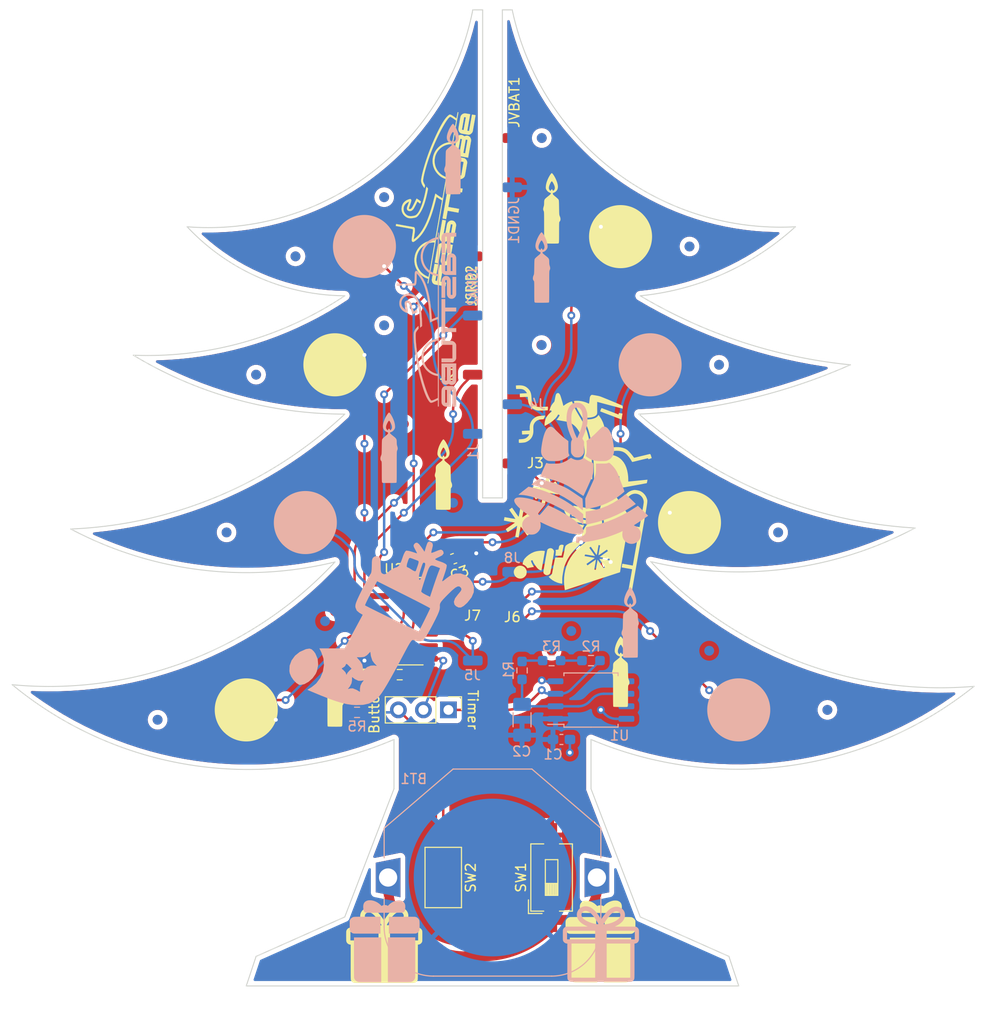
<source format=kicad_pcb>
(kicad_pcb (version 20211014) (generator pcbnew)

  (general
    (thickness 1.6)
  )

  (paper "A4")
  (layers
    (0 "F.Cu" signal)
    (31 "B.Cu" signal)
    (32 "B.Adhes" user "B.Adhesive")
    (33 "F.Adhes" user "F.Adhesive")
    (34 "B.Paste" user)
    (35 "F.Paste" user)
    (36 "B.SilkS" user "B.Silkscreen")
    (37 "F.SilkS" user "F.Silkscreen")
    (38 "B.Mask" user)
    (39 "F.Mask" user)
    (40 "Dwgs.User" user "User.Drawings")
    (41 "Cmts.User" user "User.Comments")
    (42 "Eco1.User" user "User.Eco1")
    (43 "Eco2.User" user "User.Eco2")
    (44 "Edge.Cuts" user)
    (45 "Margin" user)
    (46 "B.CrtYd" user "B.Courtyard")
    (47 "F.CrtYd" user "F.Courtyard")
    (48 "B.Fab" user)
    (49 "F.Fab" user)
    (50 "User.1" user)
    (51 "User.2" user)
    (52 "User.3" user)
    (53 "User.4" user)
    (54 "User.5" user)
    (55 "User.6" user)
    (56 "User.7" user)
    (57 "User.8" user)
    (58 "User.9" user)
  )

  (setup
    (stackup
      (layer "F.SilkS" (type "Top Silk Screen"))
      (layer "F.Paste" (type "Top Solder Paste"))
      (layer "F.Mask" (type "Top Solder Mask") (thickness 0.01))
      (layer "F.Cu" (type "copper") (thickness 0.035))
      (layer "dielectric 1" (type "core") (thickness 1.51) (material "FR4") (epsilon_r 4.5) (loss_tangent 0.02))
      (layer "B.Cu" (type "copper") (thickness 0.035))
      (layer "B.Mask" (type "Bottom Solder Mask") (thickness 0.01))
      (layer "B.Paste" (type "Bottom Solder Paste"))
      (layer "B.SilkS" (type "Bottom Silk Screen"))
      (copper_finish "None")
      (dielectric_constraints no)
    )
    (pad_to_mask_clearance 0)
    (pcbplotparams
      (layerselection 0x00010fc_ffffffff)
      (disableapertmacros false)
      (usegerberextensions false)
      (usegerberattributes true)
      (usegerberadvancedattributes true)
      (creategerberjobfile true)
      (svguseinch false)
      (svgprecision 6)
      (excludeedgelayer true)
      (plotframeref false)
      (viasonmask false)
      (mode 1)
      (useauxorigin false)
      (hpglpennumber 1)
      (hpglpenspeed 20)
      (hpglpendiameter 15.000000)
      (dxfpolygonmode true)
      (dxfimperialunits true)
      (dxfusepcbnewfont true)
      (psnegative false)
      (psa4output false)
      (plotreference true)
      (plotvalue true)
      (plotinvisibletext false)
      (sketchpadsonfab false)
      (subtractmaskfromsilk false)
      (outputformat 1)
      (mirror false)
      (drillshape 1)
      (scaleselection 1)
      (outputdirectory "")
    )
  )

  (net 0 "")
  (net 1 "Net-(BT1-Pad1)")
  (net 2 "-BATT")
  (net 3 "+BATT")
  (net 4 "Net-(C2-Pad1)")
  (net 5 "Net-(D5-Pad2)")
  (net 6 "Net-(D6-Pad2)")
  (net 7 "Net-(D7-Pad2)")
  (net 8 "Net-(D8-Pad2)")
  (net 9 "Net-(D13-Pad2)")
  (net 10 "Net-(D14-Pad2)")
  (net 11 "Net-(D15-Pad2)")
  (net 12 "Net-(D16-Pad2)")
  (net 13 "Net-(JP1-Pad1)")
  (net 14 "Net-(JP1-Pad2)")
  (net 15 "Net-(JP1-Pad3)")
  (net 16 "Net-(R1-Pad2)")
  (net 17 "Net-(R2-Pad2)")
  (net 18 "Net-(R4-Pad2)")
  (net 19 "unconnected-(U1-Pad5)")
  (net 20 "unconnected-(U1-Pad7)")
  (net 21 "Net-(J1-Pad1)")
  (net 22 "Net-(J2-Pad1)")
  (net 23 "Net-(J3-Pad1)")
  (net 24 "Net-(J4-Pad1)")
  (net 25 "Net-(J5-Pad1)")
  (net 26 "Net-(J6-Pad1)")
  (net 27 "Net-(J7-Pad1)")
  (net 28 "Net-(J8-Pad1)")
  (net 29 "Net-(JSRIA2-Pad1)")
  (net 30 "Net-(JSRIB2-Pad1)")

  (footprint (layer "F.Cu") (at 99 70))

  (footprint (layer "F.Cu") (at 99 83))

  (footprint "Resistor_SMD:R_0603_1608Metric_Pad0.98x0.95mm_HandSolder" (layer "F.Cu") (at 85 121 180))

  (footprint (layer "F.Cu") (at 83 104))

  (footprint (layer "F.Cu") (at 133 87))

  (footprint "Package_SO:SOIC-14_3.9x8.7mm_P1.27mm" (layer "F.Cu") (at 101 113))

  (footprint "LOGO" (layer "F.Cu") (at 116 71))

  (footprint "LOGO" (layer "F.Cu") (at 119 100 80))

  (footprint "LED_SMD:LED_0603_1608Metric_Pad1.05x0.95mm_HandSolder" (layer "F.Cu") (at 85 123 180))

  (footprint "Capacitor_SMD:C_0603_1608Metric_Pad1.08x0.95mm_HandSolder" (layer "F.Cu") (at 106.060126 106.663891 20))

  (footprint "LOGO" (layer "F.Cu") (at 120.96379 145.551393))

  (footprint "FaSTGLETree:Weihnachtsbaumkugel" (layer "F.Cu") (at 123 74))

  (footprint (layer "F.Cu") (at 86 88))

  (footprint "Connector_Wire:SolderWirePad_1x01_SMD_1x2mm" (layer "F.Cu") (at 112 64 90))

  (footprint (layer "F.Cu") (at 115 64))

  (footprint "Connector_Wire:SolderWirePad_1x01_SMD_1x2mm" (layer "F.Cu") (at 112 97 90))

  (footprint (layer "F.Cu") (at 76 123))

  (footprint "LOGO" (layer "F.Cu") (at 99.012248 146.217242))

  (footprint "Connector_Wire:SolderWirePad_1x01_SMD_1x2mm" (layer "F.Cu") (at 108 111 90))

  (footprint "FaSTGLETree:Weihnachtsbaumkugel" (layer "F.Cu") (at 94 87))

  (footprint "Connector_PinHeader_2.54mm:PinHeader_1x03_P2.54mm_Vertical" (layer "F.Cu") (at 105.525 122 -90))

  (footprint "Resistor_SMD:R_0603_1608Metric_Pad0.98x0.95mm_HandSolder" (layer "F.Cu") (at 130 104))

  (footprint "Button_Switch_SMD:SW_DIP_SPSTx01_Slide_6.7x4.1mm_W8.61mm_P2.54mm_LowProfile" (layer "F.Cu") (at 116 139 90))

  (footprint "FaSTGLETree:Weihnachtsbaumkugel" (layer "F.Cu") (at 85 122))

  (footprint "Button_Switch_SMD:SW_SPST_CK_RS282G05A3" (layer "F.Cu") (at 105 139 -90))

  (footprint (layer "F.Cu") (at 116 116))

  (footprint "Resistor_SMD:R_0603_1608Metric_Pad0.98x0.95mm_HandSolder" (layer "F.Cu") (at 94 88 180))

  (footprint (layer "F.Cu") (at 144 122))

  (footprint "LOGO" (layer "F.Cu") (at 105 98))

  (footprint "LOGO" (layer "F.Cu") (at 123 118))

  (footprint (layer "F.Cu") (at 90 76))

  (footprint "LED_SMD:LED_0603_1608Metric_Pad1.05x0.95mm_HandSolder" (layer "F.Cu") (at 130 102))

  (footprint (layer "F.Cu") (at 128 122))

  (footprint "Resistor_SMD:R_0603_1608Metric_Pad0.98x0.95mm_HandSolder" (layer "F.Cu") (at 100.579416 118.428118))

  (footprint "Resistor_SMD:R_0603_1608Metric_Pad0.98x0.95mm_HandSolder" (layer "F.Cu") (at 123 75))

  (footprint (layer "F.Cu") (at 130 75))

  (footprint "LOGO" (layer "F.Cu") (at 94 120))

  (footprint "LED_SMD:LED_0603_1608Metric_Pad1.05x0.95mm_HandSolder" (layer "F.Cu") (at 123.0875 73))

  (footprint "LED_SMD:LED_0603_1608Metric_Pad1.05x0.95mm_HandSolder" (layer "F.Cu") (at 94 86 180))

  (footprint (layer "F.Cu") (at 114.958757 84.985202))

  (footprint "Connector_Wire:SolderWirePad_1x01_SMD_1x2mm" (layer "F.Cu") (at 108 88 90))

  (footprint (layer "F.Cu") (at 139 104))

  (footprint "Connector_Wire:SolderWirePad_1x01_SMD_1x2mm" (layer "F.Cu") (at 108 76 90))

  (footprint (layer "F.Cu") (at 94 112))

  (footprint "" (layer "F.Cu")
    (tedit 0) (tstamp e842adb6-147c-4c3d-9c08-50113414854a)
    (at 101 93)
    (fp_text reference "" (at 0 0) (layer "F.SilkS")
      (effects (font (size 1.27 1.27) (thickness 0.15)))
      (tstamp e53d5e4b-3bd5-4c83-92d3-fefc6057c026)
    )
    (fp_text value "" (at 0 0) (layer "F.SilkS")
      (effects (font (size 1.27 1.27) (thickness 0.15)))
      (tstamp 69d1f5d0-6aed-49b2-a850-049566f8e818)
    )
    (pad "" smd circle (at 0 0) (size 1 1) (layers "F.Cu" "F.Mask")
      (solder_mask_margin 0.5) (clearance 0.5) (tstam
... [883402 chars truncated]
</source>
